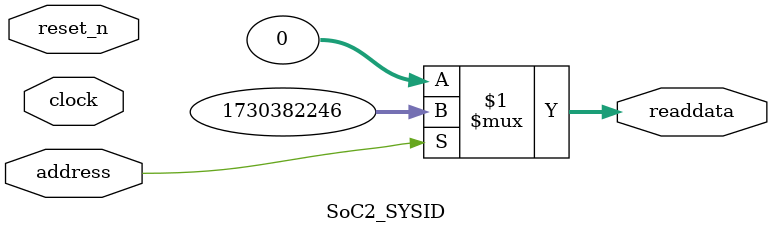
<source format=v>

`timescale 1ns / 1ps
// synthesis translate_on

// turn off superfluous verilog processor warnings 
// altera message_level Level1 
// altera message_off 10034 10035 10036 10037 10230 10240 10030 

module SoC2_SYSID (
               // inputs:
                address,
                clock,
                reset_n,

               // outputs:
                readdata
             )
;

  output  [ 31: 0] readdata;
  input            address;
  input            clock;
  input            reset_n;

  wire    [ 31: 0] readdata;
  //control_slave, which is an e_avalon_slave
  assign readdata = address ? 1730382246 : 0;

endmodule




</source>
